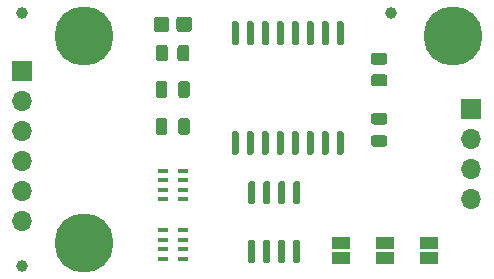
<source format=gbr>
%TF.GenerationSoftware,KiCad,Pcbnew,(5.1.10)-1*%
%TF.CreationDate,2021-10-14T15:31:21-03:00*%
%TF.ProjectId,RTC DS3231,52544320-4453-4333-9233-312e6b696361,1*%
%TF.SameCoordinates,Original*%
%TF.FileFunction,Soldermask,Top*%
%TF.FilePolarity,Negative*%
%FSLAX46Y46*%
G04 Gerber Fmt 4.6, Leading zero omitted, Abs format (unit mm)*
G04 Created by KiCad (PCBNEW (5.1.10)-1) date 2021-10-14 15:31:21*
%MOMM*%
%LPD*%
G01*
G04 APERTURE LIST*
%ADD10R,1.700000X1.700000*%
%ADD11O,1.700000X1.700000*%
%ADD12R,0.900000X0.400000*%
%ADD13R,1.500000X1.000000*%
%ADD14C,1.000000*%
%ADD15C,2.900000*%
%ADD16C,5.000000*%
G04 APERTURE END LIST*
D10*
%TO.C,J102*%
X140000000Y-88210000D03*
D11*
X140000000Y-90750000D03*
X140000000Y-93290000D03*
X140000000Y-95830000D03*
%TD*%
D12*
%TO.C,RN102*%
X113922400Y-93421100D03*
X113922400Y-94221100D03*
X113922400Y-95021100D03*
X113922400Y-95821100D03*
X115622400Y-93421100D03*
X115622400Y-95821100D03*
X115622400Y-94221100D03*
X115622400Y-95021100D03*
%TD*%
D13*
%TO.C,JP103*%
X136500000Y-100800000D03*
X136500000Y-99500000D03*
%TD*%
%TO.C,JP102*%
X132750000Y-100800000D03*
X132750000Y-99500000D03*
%TD*%
%TO.C,JP101*%
X129000000Y-100800000D03*
X129000000Y-99500000D03*
%TD*%
%TO.C,D101*%
G36*
G01*
X115092400Y-81400000D02*
X115092400Y-80600000D01*
G75*
G02*
X115342400Y-80350000I250000J0D01*
G01*
X116167400Y-80350000D01*
G75*
G02*
X116417400Y-80600000I0J-250000D01*
G01*
X116417400Y-81400000D01*
G75*
G02*
X116167400Y-81650000I-250000J0D01*
G01*
X115342400Y-81650000D01*
G75*
G02*
X115092400Y-81400000I0J250000D01*
G01*
G37*
G36*
G01*
X113167400Y-81400000D02*
X113167400Y-80600000D01*
G75*
G02*
X113417400Y-80350000I250000J0D01*
G01*
X114242400Y-80350000D01*
G75*
G02*
X114492400Y-80600000I0J-250000D01*
G01*
X114492400Y-81400000D01*
G75*
G02*
X114242400Y-81650000I-250000J0D01*
G01*
X113417400Y-81650000D01*
G75*
G02*
X113167400Y-81400000I0J250000D01*
G01*
G37*
%TD*%
%TO.C,C101*%
G36*
G01*
X115222400Y-87000100D02*
X115222400Y-86050100D01*
G75*
G02*
X115472400Y-85800100I250000J0D01*
G01*
X115972400Y-85800100D01*
G75*
G02*
X116222400Y-86050100I0J-250000D01*
G01*
X116222400Y-87000100D01*
G75*
G02*
X115972400Y-87250100I-250000J0D01*
G01*
X115472400Y-87250100D01*
G75*
G02*
X115222400Y-87000100I0J250000D01*
G01*
G37*
G36*
G01*
X113322400Y-87000100D02*
X113322400Y-86050100D01*
G75*
G02*
X113572400Y-85800100I250000J0D01*
G01*
X114072400Y-85800100D01*
G75*
G02*
X114322400Y-86050100I0J-250000D01*
G01*
X114322400Y-87000100D01*
G75*
G02*
X114072400Y-87250100I-250000J0D01*
G01*
X113572400Y-87250100D01*
G75*
G02*
X113322400Y-87000100I0J250000D01*
G01*
G37*
%TD*%
%TO.C,C102*%
G36*
G01*
X113322400Y-90124300D02*
X113322400Y-89174300D01*
G75*
G02*
X113572400Y-88924300I250000J0D01*
G01*
X114072400Y-88924300D01*
G75*
G02*
X114322400Y-89174300I0J-250000D01*
G01*
X114322400Y-90124300D01*
G75*
G02*
X114072400Y-90374300I-250000J0D01*
G01*
X113572400Y-90374300D01*
G75*
G02*
X113322400Y-90124300I0J250000D01*
G01*
G37*
G36*
G01*
X115222400Y-90124300D02*
X115222400Y-89174300D01*
G75*
G02*
X115472400Y-88924300I250000J0D01*
G01*
X115972400Y-88924300D01*
G75*
G02*
X116222400Y-89174300I0J-250000D01*
G01*
X116222400Y-90124300D01*
G75*
G02*
X115972400Y-90374300I-250000J0D01*
G01*
X115472400Y-90374300D01*
G75*
G02*
X115222400Y-90124300I0J250000D01*
G01*
G37*
%TD*%
%TO.C,D102*%
G36*
G01*
X132706250Y-91362500D02*
X131793750Y-91362500D01*
G75*
G02*
X131550000Y-91118750I0J243750D01*
G01*
X131550000Y-90631250D01*
G75*
G02*
X131793750Y-90387500I243750J0D01*
G01*
X132706250Y-90387500D01*
G75*
G02*
X132950000Y-90631250I0J-243750D01*
G01*
X132950000Y-91118750D01*
G75*
G02*
X132706250Y-91362500I-243750J0D01*
G01*
G37*
G36*
G01*
X132706250Y-89487500D02*
X131793750Y-89487500D01*
G75*
G02*
X131550000Y-89243750I0J243750D01*
G01*
X131550000Y-88756250D01*
G75*
G02*
X131793750Y-88512500I243750J0D01*
G01*
X132706250Y-88512500D01*
G75*
G02*
X132950000Y-88756250I0J-243750D01*
G01*
X132950000Y-89243750D01*
G75*
G02*
X132706250Y-89487500I-243750J0D01*
G01*
G37*
%TD*%
D14*
%TO.C,FID101*%
X102000000Y-80000000D03*
%TD*%
%TO.C,FID102*%
X102000000Y-101500000D03*
%TD*%
%TO.C,FID103*%
X133250000Y-80000000D03*
%TD*%
D15*
%TO.C,H101*%
X107250000Y-82000000D03*
D16*
X107250000Y-82000000D03*
%TD*%
%TO.C,H102*%
X138500000Y-82000000D03*
D15*
X138500000Y-82000000D03*
%TD*%
D16*
%TO.C,H103*%
X107250000Y-99500000D03*
D15*
X107250000Y-99500000D03*
%TD*%
D10*
%TO.C,J101*%
X102000000Y-84920000D03*
D11*
X102000000Y-87460000D03*
X102000000Y-90000000D03*
X102000000Y-92540000D03*
X102000000Y-95080000D03*
X102000000Y-97620000D03*
%TD*%
%TO.C,R101*%
G36*
G01*
X115172400Y-83889001D02*
X115172400Y-82988999D01*
G75*
G02*
X115422399Y-82739000I249999J0D01*
G01*
X115947401Y-82739000D01*
G75*
G02*
X116197400Y-82988999I0J-249999D01*
G01*
X116197400Y-83889001D01*
G75*
G02*
X115947401Y-84139000I-249999J0D01*
G01*
X115422399Y-84139000D01*
G75*
G02*
X115172400Y-83889001I0J249999D01*
G01*
G37*
G36*
G01*
X113347400Y-83889001D02*
X113347400Y-82988999D01*
G75*
G02*
X113597399Y-82739000I249999J0D01*
G01*
X114122401Y-82739000D01*
G75*
G02*
X114372400Y-82988999I0J-249999D01*
G01*
X114372400Y-83889001D01*
G75*
G02*
X114122401Y-84139000I-249999J0D01*
G01*
X113597399Y-84139000D01*
G75*
G02*
X113347400Y-83889001I0J249999D01*
G01*
G37*
%TD*%
%TO.C,R102*%
G36*
G01*
X131799999Y-83412500D02*
X132700001Y-83412500D01*
G75*
G02*
X132950000Y-83662499I0J-249999D01*
G01*
X132950000Y-84187501D01*
G75*
G02*
X132700001Y-84437500I-249999J0D01*
G01*
X131799999Y-84437500D01*
G75*
G02*
X131550000Y-84187501I0J249999D01*
G01*
X131550000Y-83662499D01*
G75*
G02*
X131799999Y-83412500I249999J0D01*
G01*
G37*
G36*
G01*
X131799999Y-85237500D02*
X132700001Y-85237500D01*
G75*
G02*
X132950000Y-85487499I0J-249999D01*
G01*
X132950000Y-86012501D01*
G75*
G02*
X132700001Y-86262500I-249999J0D01*
G01*
X131799999Y-86262500D01*
G75*
G02*
X131550000Y-86012501I0J249999D01*
G01*
X131550000Y-85487499D01*
G75*
G02*
X131799999Y-85237500I249999J0D01*
G01*
G37*
%TD*%
D12*
%TO.C,RN101*%
X115622400Y-100050000D03*
X115622400Y-99250000D03*
X115622400Y-100850000D03*
X115622400Y-98450000D03*
X113922400Y-100850000D03*
X113922400Y-100050000D03*
X113922400Y-99250000D03*
X113922400Y-98450000D03*
%TD*%
%TO.C,U101*%
G36*
G01*
X128795000Y-80725000D02*
X129095000Y-80725000D01*
G75*
G02*
X129245000Y-80875000I0J-150000D01*
G01*
X129245000Y-82625000D01*
G75*
G02*
X129095000Y-82775000I-150000J0D01*
G01*
X128795000Y-82775000D01*
G75*
G02*
X128645000Y-82625000I0J150000D01*
G01*
X128645000Y-80875000D01*
G75*
G02*
X128795000Y-80725000I150000J0D01*
G01*
G37*
G36*
G01*
X127525000Y-80725000D02*
X127825000Y-80725000D01*
G75*
G02*
X127975000Y-80875000I0J-150000D01*
G01*
X127975000Y-82625000D01*
G75*
G02*
X127825000Y-82775000I-150000J0D01*
G01*
X127525000Y-82775000D01*
G75*
G02*
X127375000Y-82625000I0J150000D01*
G01*
X127375000Y-80875000D01*
G75*
G02*
X127525000Y-80725000I150000J0D01*
G01*
G37*
G36*
G01*
X126255000Y-80725000D02*
X126555000Y-80725000D01*
G75*
G02*
X126705000Y-80875000I0J-150000D01*
G01*
X126705000Y-82625000D01*
G75*
G02*
X126555000Y-82775000I-150000J0D01*
G01*
X126255000Y-82775000D01*
G75*
G02*
X126105000Y-82625000I0J150000D01*
G01*
X126105000Y-80875000D01*
G75*
G02*
X126255000Y-80725000I150000J0D01*
G01*
G37*
G36*
G01*
X124985000Y-80725000D02*
X125285000Y-80725000D01*
G75*
G02*
X125435000Y-80875000I0J-150000D01*
G01*
X125435000Y-82625000D01*
G75*
G02*
X125285000Y-82775000I-150000J0D01*
G01*
X124985000Y-82775000D01*
G75*
G02*
X124835000Y-82625000I0J150000D01*
G01*
X124835000Y-80875000D01*
G75*
G02*
X124985000Y-80725000I150000J0D01*
G01*
G37*
G36*
G01*
X123715000Y-80725000D02*
X124015000Y-80725000D01*
G75*
G02*
X124165000Y-80875000I0J-150000D01*
G01*
X124165000Y-82625000D01*
G75*
G02*
X124015000Y-82775000I-150000J0D01*
G01*
X123715000Y-82775000D01*
G75*
G02*
X123565000Y-82625000I0J150000D01*
G01*
X123565000Y-80875000D01*
G75*
G02*
X123715000Y-80725000I150000J0D01*
G01*
G37*
G36*
G01*
X122445000Y-80725000D02*
X122745000Y-80725000D01*
G75*
G02*
X122895000Y-80875000I0J-150000D01*
G01*
X122895000Y-82625000D01*
G75*
G02*
X122745000Y-82775000I-150000J0D01*
G01*
X122445000Y-82775000D01*
G75*
G02*
X122295000Y-82625000I0J150000D01*
G01*
X122295000Y-80875000D01*
G75*
G02*
X122445000Y-80725000I150000J0D01*
G01*
G37*
G36*
G01*
X121175000Y-80725000D02*
X121475000Y-80725000D01*
G75*
G02*
X121625000Y-80875000I0J-150000D01*
G01*
X121625000Y-82625000D01*
G75*
G02*
X121475000Y-82775000I-150000J0D01*
G01*
X121175000Y-82775000D01*
G75*
G02*
X121025000Y-82625000I0J150000D01*
G01*
X121025000Y-80875000D01*
G75*
G02*
X121175000Y-80725000I150000J0D01*
G01*
G37*
G36*
G01*
X119905000Y-80725000D02*
X120205000Y-80725000D01*
G75*
G02*
X120355000Y-80875000I0J-150000D01*
G01*
X120355000Y-82625000D01*
G75*
G02*
X120205000Y-82775000I-150000J0D01*
G01*
X119905000Y-82775000D01*
G75*
G02*
X119755000Y-82625000I0J150000D01*
G01*
X119755000Y-80875000D01*
G75*
G02*
X119905000Y-80725000I150000J0D01*
G01*
G37*
G36*
G01*
X119905000Y-90025000D02*
X120205000Y-90025000D01*
G75*
G02*
X120355000Y-90175000I0J-150000D01*
G01*
X120355000Y-91925000D01*
G75*
G02*
X120205000Y-92075000I-150000J0D01*
G01*
X119905000Y-92075000D01*
G75*
G02*
X119755000Y-91925000I0J150000D01*
G01*
X119755000Y-90175000D01*
G75*
G02*
X119905000Y-90025000I150000J0D01*
G01*
G37*
G36*
G01*
X121175000Y-90025000D02*
X121475000Y-90025000D01*
G75*
G02*
X121625000Y-90175000I0J-150000D01*
G01*
X121625000Y-91925000D01*
G75*
G02*
X121475000Y-92075000I-150000J0D01*
G01*
X121175000Y-92075000D01*
G75*
G02*
X121025000Y-91925000I0J150000D01*
G01*
X121025000Y-90175000D01*
G75*
G02*
X121175000Y-90025000I150000J0D01*
G01*
G37*
G36*
G01*
X122445000Y-90025000D02*
X122745000Y-90025000D01*
G75*
G02*
X122895000Y-90175000I0J-150000D01*
G01*
X122895000Y-91925000D01*
G75*
G02*
X122745000Y-92075000I-150000J0D01*
G01*
X122445000Y-92075000D01*
G75*
G02*
X122295000Y-91925000I0J150000D01*
G01*
X122295000Y-90175000D01*
G75*
G02*
X122445000Y-90025000I150000J0D01*
G01*
G37*
G36*
G01*
X123715000Y-90025000D02*
X124015000Y-90025000D01*
G75*
G02*
X124165000Y-90175000I0J-150000D01*
G01*
X124165000Y-91925000D01*
G75*
G02*
X124015000Y-92075000I-150000J0D01*
G01*
X123715000Y-92075000D01*
G75*
G02*
X123565000Y-91925000I0J150000D01*
G01*
X123565000Y-90175000D01*
G75*
G02*
X123715000Y-90025000I150000J0D01*
G01*
G37*
G36*
G01*
X124985000Y-90025000D02*
X125285000Y-90025000D01*
G75*
G02*
X125435000Y-90175000I0J-150000D01*
G01*
X125435000Y-91925000D01*
G75*
G02*
X125285000Y-92075000I-150000J0D01*
G01*
X124985000Y-92075000D01*
G75*
G02*
X124835000Y-91925000I0J150000D01*
G01*
X124835000Y-90175000D01*
G75*
G02*
X124985000Y-90025000I150000J0D01*
G01*
G37*
G36*
G01*
X126255000Y-90025000D02*
X126555000Y-90025000D01*
G75*
G02*
X126705000Y-90175000I0J-150000D01*
G01*
X126705000Y-91925000D01*
G75*
G02*
X126555000Y-92075000I-150000J0D01*
G01*
X126255000Y-92075000D01*
G75*
G02*
X126105000Y-91925000I0J150000D01*
G01*
X126105000Y-90175000D01*
G75*
G02*
X126255000Y-90025000I150000J0D01*
G01*
G37*
G36*
G01*
X127525000Y-90025000D02*
X127825000Y-90025000D01*
G75*
G02*
X127975000Y-90175000I0J-150000D01*
G01*
X127975000Y-91925000D01*
G75*
G02*
X127825000Y-92075000I-150000J0D01*
G01*
X127525000Y-92075000D01*
G75*
G02*
X127375000Y-91925000I0J150000D01*
G01*
X127375000Y-90175000D01*
G75*
G02*
X127525000Y-90025000I150000J0D01*
G01*
G37*
G36*
G01*
X128795000Y-90025000D02*
X129095000Y-90025000D01*
G75*
G02*
X129245000Y-90175000I0J-150000D01*
G01*
X129245000Y-91925000D01*
G75*
G02*
X129095000Y-92075000I-150000J0D01*
G01*
X128795000Y-92075000D01*
G75*
G02*
X128645000Y-91925000I0J150000D01*
G01*
X128645000Y-90175000D01*
G75*
G02*
X128795000Y-90025000I150000J0D01*
G01*
G37*
%TD*%
%TO.C,U102*%
G36*
G01*
X121610000Y-101200000D02*
X121310000Y-101200000D01*
G75*
G02*
X121160000Y-101050000I0J150000D01*
G01*
X121160000Y-99400000D01*
G75*
G02*
X121310000Y-99250000I150000J0D01*
G01*
X121610000Y-99250000D01*
G75*
G02*
X121760000Y-99400000I0J-150000D01*
G01*
X121760000Y-101050000D01*
G75*
G02*
X121610000Y-101200000I-150000J0D01*
G01*
G37*
G36*
G01*
X122880000Y-101200000D02*
X122580000Y-101200000D01*
G75*
G02*
X122430000Y-101050000I0J150000D01*
G01*
X122430000Y-99400000D01*
G75*
G02*
X122580000Y-99250000I150000J0D01*
G01*
X122880000Y-99250000D01*
G75*
G02*
X123030000Y-99400000I0J-150000D01*
G01*
X123030000Y-101050000D01*
G75*
G02*
X122880000Y-101200000I-150000J0D01*
G01*
G37*
G36*
G01*
X124150000Y-101200000D02*
X123850000Y-101200000D01*
G75*
G02*
X123700000Y-101050000I0J150000D01*
G01*
X123700000Y-99400000D01*
G75*
G02*
X123850000Y-99250000I150000J0D01*
G01*
X124150000Y-99250000D01*
G75*
G02*
X124300000Y-99400000I0J-150000D01*
G01*
X124300000Y-101050000D01*
G75*
G02*
X124150000Y-101200000I-150000J0D01*
G01*
G37*
G36*
G01*
X125420000Y-101200000D02*
X125120000Y-101200000D01*
G75*
G02*
X124970000Y-101050000I0J150000D01*
G01*
X124970000Y-99400000D01*
G75*
G02*
X125120000Y-99250000I150000J0D01*
G01*
X125420000Y-99250000D01*
G75*
G02*
X125570000Y-99400000I0J-150000D01*
G01*
X125570000Y-101050000D01*
G75*
G02*
X125420000Y-101200000I-150000J0D01*
G01*
G37*
G36*
G01*
X125420000Y-96250000D02*
X125120000Y-96250000D01*
G75*
G02*
X124970000Y-96100000I0J150000D01*
G01*
X124970000Y-94450000D01*
G75*
G02*
X125120000Y-94300000I150000J0D01*
G01*
X125420000Y-94300000D01*
G75*
G02*
X125570000Y-94450000I0J-150000D01*
G01*
X125570000Y-96100000D01*
G75*
G02*
X125420000Y-96250000I-150000J0D01*
G01*
G37*
G36*
G01*
X124150000Y-96250000D02*
X123850000Y-96250000D01*
G75*
G02*
X123700000Y-96100000I0J150000D01*
G01*
X123700000Y-94450000D01*
G75*
G02*
X123850000Y-94300000I150000J0D01*
G01*
X124150000Y-94300000D01*
G75*
G02*
X124300000Y-94450000I0J-150000D01*
G01*
X124300000Y-96100000D01*
G75*
G02*
X124150000Y-96250000I-150000J0D01*
G01*
G37*
G36*
G01*
X122880000Y-96250000D02*
X122580000Y-96250000D01*
G75*
G02*
X122430000Y-96100000I0J150000D01*
G01*
X122430000Y-94450000D01*
G75*
G02*
X122580000Y-94300000I150000J0D01*
G01*
X122880000Y-94300000D01*
G75*
G02*
X123030000Y-94450000I0J-150000D01*
G01*
X123030000Y-96100000D01*
G75*
G02*
X122880000Y-96250000I-150000J0D01*
G01*
G37*
G36*
G01*
X121610000Y-96250000D02*
X121310000Y-96250000D01*
G75*
G02*
X121160000Y-96100000I0J150000D01*
G01*
X121160000Y-94450000D01*
G75*
G02*
X121310000Y-94300000I150000J0D01*
G01*
X121610000Y-94300000D01*
G75*
G02*
X121760000Y-94450000I0J-150000D01*
G01*
X121760000Y-96100000D01*
G75*
G02*
X121610000Y-96250000I-150000J0D01*
G01*
G37*
%TD*%
M02*

</source>
